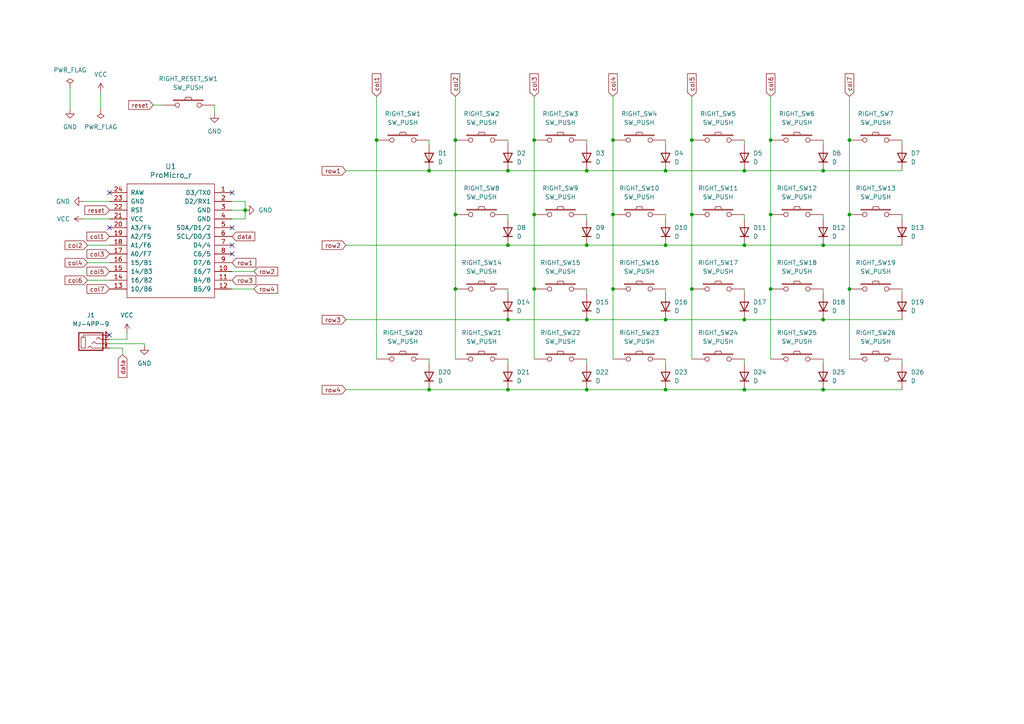
<source format=kicad_sch>
(kicad_sch (version 20230121) (generator eeschema)
  (paper "A4")
  (lib_symbols
    (symbol "Device:D" (pin_numbers hide) (pin_names (offset 1.016) hide)
      (property "Reference" "D" (at 0 2.54 0))
      (property "Value" "D" (at 0 -2.54 0))
      (symbol "D_0_1"
        (polyline (pts (xy -1.27 1.27) (xy -1.27 -1.27)) (stroke (width 0.254)))
        (polyline (pts (xy 1.27 0) (xy -1.27 0)))
        (polyline (pts (xy 1.27 1.27) (xy 1.27 -1.27) (xy -1.27 0) (xy 1.27 1.27)) (stroke (width 0.254)))
      )
      (symbol "D_1_1"
        (pin passive line (at -3.81 0 0) (length 2.54) (name "K") (number "1"))
        (pin passive line (at 3.81 0 180) (length 2.54) (name "A") (number "2"))
      )
    )
    (symbol "kbd:MJ-4PP-9" (pin_names (offset 1.016))
      (property "Reference" "J" (at 0 3.81 0))
      (property "Value" "MJ-4PP-9" (at 0 -3.81 0))
      (symbol "MJ-4PP-9_0_1"
        (rectangle (start -1.905 -1.905) (end -3.175 1.27))
        (polyline (pts (xy -2.54 1.27) (xy -2.54 1.905) (xy 3.175 1.905)))
        (polyline (pts (xy -1.27 -1.905) (xy -0.635 -1.27) (xy 0 -1.905) (xy 3.175 -1.905)))
        (polyline (pts (xy 0 -0.635) (xy 0.635 0) (xy 1.27 -0.635) (xy 3.175 -0.635)))
        (polyline (pts (xy 1.27 0.635) (xy 1.905 1.27) (xy 2.54 0.635) (xy 3.175 0.635)))
        (rectangle (start 3.175 2.54) (end -3.81 -2.54) (stroke (width 0.3048)))
      )
      (symbol "MJ-4PP-9_1_1"
        (pin input line (at 5.08 1.905 180) (length 2.0066) (name "~") (number "A"))
        (pin input line (at 5.08 -1.905 180) (length 2.0066) (name "~") (number "B"))
        (pin input line (at 5.08 -0.635 180) (length 2.0066) (name "~") (number "C"))
        (pin input line (at 5.08 0.635 180) (length 2.0066) (name "~") (number "D"))
      )
    )
    (symbol "kbd:ProMicro_r" (pin_names (offset 1.016))
      (property "Reference" "U" (at 1.27 22.86 0))
      (property "Value" "ProMicro_r" (at 1.27 -15.24 0))
      (symbol "ProMicro_r_0_1"
        (rectangle (start 13.97 20.32) (end -11.43 -12.7))
      )
      (symbol "ProMicro_r_1_1"
        (pin bidirectional line (at 19.05 17.78 180) (length 5.08) (name "D3/TX0") (number "1"))
        (pin bidirectional line (at 19.05 -5.08 180) (length 5.08) (name "E6/7") (number "10"))
        (pin bidirectional line (at 19.05 -7.62 180) (length 5.08) (name "B4/8") (number "11"))
        (pin bidirectional line (at 19.05 -10.16 180) (length 5.08) (name "B5/9") (number "12"))
        (pin bidirectional line (at -16.51 -10.16 0) (length 5.08) (name "10/B6") (number "13"))
        (pin bidirectional line (at -16.51 -7.62 0) (length 5.08) (name "16/B2") (number "14"))
        (pin bidirectional line (at -16.51 -5.08 0) (length 5.08) (name "14/B3") (number "15"))
        (pin bidirectional line (at -16.51 -2.54 0) (length 5.08) (name "15/B1") (number "16"))
        (pin bidirectional line (at -16.51 0 0) (length 5.08) (name "A0/F7") (number "17"))
        (pin bidirectional line (at -16.51 2.54 0) (length 5.08) (name "A1/F6") (number "18"))
        (pin bidirectional line (at -16.51 5.08 0) (length 5.08) (name "A2/F5") (number "19"))
        (pin bidirectional line (at 19.05 15.24 180) (length 5.08) (name "D2/RX1") (number "2"))
        (pin bidirectional line (at -16.51 7.62 0) (length 5.08) (name "A3/F4") (number "20"))
        (pin power_in line (at -16.51 10.16 0) (length 5.08) (name "VCC") (number "21"))
        (pin input line (at -16.51 12.7 0) (length 5.08) (name "RST") (number "22"))
        (pin power_in line (at -16.51 15.24 0) (length 5.08) (name "GND") (number "23"))
        (pin power_out line (at -16.51 17.78 0) (length 5.08) (name "RAW") (number "24"))
        (pin power_in line (at 19.05 12.7 180) (length 5.08) (name "GND") (number "3"))
        (pin power_in line (at 19.05 10.16 180) (length 5.08) (name "GND") (number "4"))
        (pin bidirectional line (at 19.05 7.62 180) (length 5.08) (name "SDA/D1/2") (number "5"))
        (pin bidirectional line (at 19.05 5.08 180) (length 5.08) (name "SCL/D0/3") (number "6"))
        (pin bidirectional line (at 19.05 2.54 180) (length 5.08) (name "D4/4") (number "7"))
        (pin bidirectional line (at 19.05 0 180) (length 5.08) (name "C6/5") (number "8"))
        (pin bidirectional line (at 19.05 -2.54 180) (length 5.08) (name "D7/6") (number "9"))
      )
    )
    (symbol "kbd:SW_PUSH" (pin_numbers hide) (pin_names (offset 1.016) hide)
      (property "Reference" "SW" (at 3.81 2.794 0))
      (property "Value" "SW_PUSH" (at 0 -2.032 0))
      (symbol "SW_PUSH_0_1"
        (rectangle (start -4.318 1.27) (end 4.318 1.524))
        (polyline (pts (xy -1.016 1.524) (xy -0.762 2.286) (xy 0.762 2.286) (xy 1.016 1.524)))
        (pin passive inverted (at -7.62 0 0) (length 5.08) (name "1") (number "1"))
        (pin passive inverted (at 7.62 0 180) (length 5.08) (name "2") (number "2"))
      )
    )
    (symbol "power:GND" (power) (pin_names (offset 0))
      (property "Value" "GND" (at 0 -3.81 0))
      (symbol "GND_0_1"
        (polyline (pts (xy 0 0) (xy 0 -1.27) (xy 1.27 -1.27) (xy 0 -2.54) (xy -1.27 -1.27) (xy 0 -1.27)))
      )
      (symbol "GND_1_1"
        (pin power_in line (at 0 0 270) (length 0) hide (name "GND") (number "1"))
      )
    )
    (symbol "power:PWR_FLAG" (power) (pin_numbers hide) (pin_names (offset 0) hide)
      (property "Value" "PWR_FLAG" (at 0 3.81 0))
      (symbol "PWR_FLAG_0_0"
        (pin power_out line (at 0 0 90) (length 0) (name "pwr") (number "1"))
      )
      (symbol "PWR_FLAG_0_1"
        (polyline (pts (xy 0 0) (xy 0 1.27) (xy -1.016 1.905) (xy 0 2.54) (xy 1.016 1.905) (xy 0 1.27)))
      )
    )
    (symbol "power:VCC" (power) (pin_names (offset 0))
      (property "Value" "VCC" (at 0 3.81 0))
      (symbol "VCC_0_1"
        (polyline (pts (xy -0.762 1.27) (xy 0 2.54)))
        (polyline (pts (xy 0 0) (xy 0 2.54)))
        (polyline (pts (xy 0 2.54) (xy 0.762 1.27)))
      )
      (symbol "VCC_1_1"
        (pin power_in line (at 0 0 90) (length 0) hide (name "VCC") (number "1"))
      )
    )
  )
  (junction (at 177.8 83.82))
  (junction (at 154.94 40.64))
  (junction (at 246.38 62.23))
  (junction (at 238.76 49.53))
  (junction (at 238.76 113.03))
  (junction (at 109.22 40.64))
  (junction (at 223.52 40.64))
  (junction (at 215.9 49.53))
  (junction (at 193.04 49.53))
  (junction (at 170.18 49.53))
  (junction (at 147.32 92.71))
  (junction (at 223.52 83.82))
  (junction (at 147.32 49.53))
  (junction (at 170.18 92.71))
  (junction (at 246.38 40.64))
  (junction (at 200.66 62.23))
  (junction (at 147.32 71.12))
  (junction (at 193.04 71.12))
  (junction (at 223.52 62.23))
  (junction (at 238.76 92.71))
  (junction (at 124.46 49.53))
  (junction (at 215.9 92.71))
  (junction (at 132.08 40.64))
  (junction (at 154.94 83.82))
  (junction (at 170.18 113.03))
  (junction (at 200.66 83.82))
  (junction (at 124.46 113.03))
  (junction (at 238.76 71.12))
  (junction (at 170.18 71.12))
  (junction (at 177.8 40.64))
  (junction (at 132.08 83.82))
  (junction (at 215.9 71.12))
  (junction (at 193.04 113.03))
  (junction (at 177.8 62.23))
  (junction (at 246.38 83.82))
  (junction (at 147.32 113.03))
  (junction (at 132.08 62.23))
  (junction (at 193.04 92.71))
  (junction (at 154.94 62.23))
  (junction (at 215.9 113.03))
  (junction (at 71.12 60.96))
  (junction (at 200.66 40.64))
  (no_connect (at 67.31 71.12))
  (no_connect (at 31.75 97.155))
  (no_connect (at 67.31 55.88))
  (no_connect (at 31.75 55.88))
  (no_connect (at 67.31 66.04))
  (no_connect (at 31.75 66.04))
  (no_connect (at 67.31 73.66))
  (wire (pts (xy 223.52 83.82) (xy 223.52 104.14)))
  (wire (pts (xy 25.4 76.2) (xy 31.75 76.2)))
  (wire (pts (xy 24.13 58.42) (xy 31.75 58.42)))
  (wire (pts (xy 177.8 62.23) (xy 177.8 83.82)))
  (wire (pts (xy 238.76 104.14) (xy 238.76 105.41)))
  (wire (pts (xy 261.62 104.14) (xy 261.62 105.41)))
  (wire (pts (xy 238.76 92.71) (xy 261.62 92.71)))
  (wire (pts (xy 223.52 40.64) (xy 223.52 62.23)))
  (wire (pts (xy 193.04 113.03) (xy 215.9 113.03)))
  (wire (pts (xy 154.94 40.64) (xy 154.94 62.23)))
  (wire (pts (xy 25.4 81.28) (xy 31.75 81.28)))
  (wire (pts (xy 193.04 104.14) (xy 193.04 105.41)))
  (wire (pts (xy 132.08 62.23) (xy 132.08 83.82)))
  (wire (pts (xy 132.08 40.64) (xy 132.08 62.23)))
  (wire (pts (xy 67.31 63.5) (xy 71.12 63.5)))
  (wire (pts (xy 100.33 92.71) (xy 147.32 92.71)))
  (wire (pts (xy 261.62 40.64) (xy 261.62 41.91)))
  (wire (pts (xy 215.9 104.14) (xy 215.9 105.41)))
  (wire (pts (xy 73.66 78.74) (xy 67.31 78.74)))
  (wire (pts (xy 44.45 30.48) (xy 46.99 30.48)))
  (wire (pts (xy 100.33 71.12) (xy 147.32 71.12)))
  (wire (pts (xy 177.8 83.82) (xy 177.8 104.14)))
  (wire (pts (xy 67.31 60.96) (xy 71.12 60.96)))
  (wire (pts (xy 215.9 71.12) (xy 238.76 71.12)))
  (wire (pts (xy 170.18 49.53) (xy 193.04 49.53)))
  (wire (pts (xy 41.91 100.33) (xy 41.91 99.695)))
  (wire (pts (xy 193.04 40.64) (xy 193.04 41.91)))
  (wire (pts (xy 193.04 71.12) (xy 215.9 71.12)))
  (wire (pts (xy 154.94 83.82) (xy 154.94 104.14)))
  (wire (pts (xy 67.31 58.42) (xy 71.12 58.42)))
  (wire (pts (xy 154.94 62.23) (xy 154.94 83.82)))
  (wire (pts (xy 147.32 71.12) (xy 170.18 71.12)))
  (wire (pts (xy 246.38 83.82) (xy 246.38 104.14)))
  (wire (pts (xy 261.62 62.23) (xy 261.62 63.5)))
  (wire (pts (xy 170.18 71.12) (xy 193.04 71.12)))
  (wire (pts (xy 147.32 104.14) (xy 147.32 105.41)))
  (wire (pts (xy 215.9 92.71) (xy 238.76 92.71)))
  (wire (pts (xy 170.18 104.14) (xy 170.18 105.41)))
  (wire (pts (xy 35.56 102.87) (xy 35.56 100.965)))
  (wire (pts (xy 20.32 25.4) (xy 20.32 31.75)))
  (wire (pts (xy 238.76 113.03) (xy 261.62 113.03)))
  (wire (pts (xy 193.04 49.53) (xy 215.9 49.53)))
  (wire (pts (xy 215.9 49.53) (xy 238.76 49.53)))
  (wire (pts (xy 170.18 113.03) (xy 193.04 113.03)))
  (wire (pts (xy 147.32 40.64) (xy 147.32 41.91)))
  (wire (pts (xy 215.9 83.82) (xy 215.9 85.09)))
  (wire (pts (xy 200.66 83.82) (xy 200.66 104.14)))
  (wire (pts (xy 124.46 49.53) (xy 147.32 49.53)))
  (wire (pts (xy 147.32 92.71) (xy 170.18 92.71)))
  (wire (pts (xy 147.32 49.53) (xy 170.18 49.53)))
  (wire (pts (xy 41.91 99.695) (xy 31.75 99.695)))
  (wire (pts (xy 73.66 83.82) (xy 67.31 83.82)))
  (wire (pts (xy 246.38 40.64) (xy 246.38 62.23)))
  (wire (pts (xy 215.9 40.64) (xy 215.9 41.91)))
  (wire (pts (xy 100.33 49.53) (xy 124.46 49.53)))
  (wire (pts (xy 200.66 62.23) (xy 200.66 83.82)))
  (wire (pts (xy 35.56 100.965) (xy 31.75 100.965)))
  (wire (pts (xy 177.8 27.94) (xy 177.8 40.64)))
  (wire (pts (xy 62.23 30.48) (xy 62.23 33.02)))
  (wire (pts (xy 132.08 27.94) (xy 132.08 40.64)))
  (wire (pts (xy 24.13 63.5) (xy 31.75 63.5)))
  (wire (pts (xy 193.04 83.82) (xy 193.04 85.09)))
  (wire (pts (xy 238.76 49.53) (xy 261.62 49.53)))
  (wire (pts (xy 147.32 83.82) (xy 147.32 85.09)))
  (wire (pts (xy 246.38 62.23) (xy 246.38 83.82)))
  (wire (pts (xy 193.04 92.71) (xy 215.9 92.71)))
  (wire (pts (xy 200.66 27.94) (xy 200.66 40.64)))
  (wire (pts (xy 109.22 27.94) (xy 109.22 40.64)))
  (wire (pts (xy 215.9 113.03) (xy 238.76 113.03)))
  (wire (pts (xy 100.33 113.03) (xy 124.46 113.03)))
  (wire (pts (xy 200.66 40.64) (xy 200.66 62.23)))
  (wire (pts (xy 223.52 62.23) (xy 223.52 83.82)))
  (wire (pts (xy 170.18 62.23) (xy 170.18 63.5)))
  (wire (pts (xy 36.83 98.425) (xy 31.75 98.425)))
  (wire (pts (xy 36.83 96.52) (xy 36.83 98.425)))
  (wire (pts (xy 238.76 83.82) (xy 238.76 85.09)))
  (wire (pts (xy 238.76 40.64) (xy 238.76 41.91)))
  (wire (pts (xy 193.04 62.23) (xy 193.04 63.5)))
  (wire (pts (xy 71.12 58.42) (xy 71.12 60.96)))
  (wire (pts (xy 170.18 92.71) (xy 193.04 92.71)))
  (wire (pts (xy 223.52 27.94) (xy 223.52 40.64)))
  (wire (pts (xy 124.46 113.03) (xy 147.32 113.03)))
  (wire (pts (xy 154.94 27.94) (xy 154.94 40.64)))
  (wire (pts (xy 71.12 63.5) (xy 71.12 60.96)))
  (wire (pts (xy 170.18 40.64) (xy 170.18 41.91)))
  (wire (pts (xy 215.9 62.23) (xy 215.9 63.5)))
  (wire (pts (xy 124.46 40.64) (xy 124.46 41.91)))
  (wire (pts (xy 177.8 40.64) (xy 177.8 62.23)))
  (wire (pts (xy 261.62 83.82) (xy 261.62 85.09)))
  (wire (pts (xy 238.76 62.23) (xy 238.76 63.5)))
  (wire (pts (xy 147.32 62.23) (xy 147.32 63.5)))
  (wire (pts (xy 170.18 83.82) (xy 170.18 85.09)))
  (wire (pts (xy 132.08 83.82) (xy 132.08 104.14)))
  (wire (pts (xy 246.38 27.94) (xy 246.38 40.64)))
  (wire (pts (xy 29.21 26.67) (xy 29.21 31.75)))
  (wire (pts (xy 147.32 113.03) (xy 170.18 113.03)))
  (wire (pts (xy 238.76 71.12) (xy 261.62 71.12)))
  (wire (pts (xy 25.4 71.12) (xy 31.75 71.12)))
  (wire (pts (xy 109.22 40.64) (xy 109.22 104.14)))
  (wire (pts (xy 124.46 104.14) (xy 124.46 105.41)))
  (global_label "col3" (shape input) (at 154.94 27.94 90) (property "Intersheetrefs" "${INTERSHEET_REFS}" (effects hide)))
  (global_label "reset" (shape input) (at 44.45 30.48 180) (property "Intersheetrefs" "${INTERSHEET_REFS}" (effects hide)))
  (global_label "data" (shape input) (at 35.56 102.87 270) (property "Intersheetrefs" "${INTERSHEET_REFS}" (effects hide)))
  (global_label "col4" (shape input) (at 25.4 76.2 180) (property "Intersheetrefs" "${INTERSHEET_REFS}" (effects hide)))
  (global_label "col1" (shape input) (at 31.75 68.58 180) (property "Intersheetrefs" "${INTERSHEET_REFS}" (effects hide)))
  (global_label "row1" (shape input) (at 67.31 76.2 0) (property "Intersheetrefs" "${INTERSHEET_REFS}" (effects hide)))
  (global_label "col6" (shape input) (at 25.4 81.28 180) (property "Intersheetrefs" "${INTERSHEET_REFS}" (effects hide)))
  (global_label "col4" (shape input) (at 177.8 27.94 90) (property "Intersheetrefs" "${INTERSHEET_REFS}" (effects hide)))
  (global_label "col6" (shape input) (at 223.52 27.94 90) (property "Intersheetrefs" "${INTERSHEET_REFS}" (effects hide)))
  (global_label "col7" (shape input) (at 31.75 83.82 180) (property "Intersheetrefs" "${INTERSHEET_REFS}" (effects hide)))
  (global_label "data" (shape input) (at 67.31 68.58 0) (property "Intersheetrefs" "${INTERSHEET_REFS}" (effects hide)))
  (global_label "row2" (shape input) (at 100.33 71.12 180) (property "Intersheetrefs" "${INTERSHEET_REFS}" (effects hide)))
  (global_label "col5" (shape input) (at 200.66 27.94 90) (property "Intersheetrefs" "${INTERSHEET_REFS}" (effects hide)))
  (global_label "row3" (shape input) (at 67.31 81.28 0) (property "Intersheetrefs" "${INTERSHEET_REFS}" (effects hide)))
  (global_label "row3" (shape input) (at 100.33 92.71 180) (property "Intersheetrefs" "${INTERSHEET_REFS}" (effects hide)))
  (global_label "col2" (shape input) (at 25.4 71.12 180) (property "Intersheetrefs" "${INTERSHEET_REFS}" (effects hide)))
  (global_label "col3" (shape input) (at 31.75 73.66 180) (property "Intersheetrefs" "${INTERSHEET_REFS}" (effects hide)))
  (global_label "col7" (shape input) (at 246.38 27.94 90) (property "Intersheetrefs" "${INTERSHEET_REFS}" (effects hide)))
  (global_label "col5" (shape input) (at 31.75 78.74 180) (property "Intersheetrefs" "${INTERSHEET_REFS}" (effects hide)))
  (global_label "row2" (shape input) (at 73.66 78.74 0) (property "Intersheetrefs" "${INTERSHEET_REFS}" (effects hide)))
  (global_label "row4" (shape input) (at 100.33 113.03 180) (property "Intersheetrefs" "${INTERSHEET_REFS}" (effects hide)))
  (global_label "row4" (shape input) (at 73.66 83.82 0) (property "Intersheetrefs" "${INTERSHEET_REFS}" (effects hide)))
  (global_label "reset" (shape input) (at 31.75 60.96 180) (property "Intersheetrefs" "${INTERSHEET_REFS}" (effects hide)))
  (global_label "row1" (shape input) (at 100.33 49.53 180) (property "Intersheetrefs" "${INTERSHEET_REFS}" (effects hide)))
  (global_label "col2" (shape input) (at 132.08 27.94 90) (property "Intersheetrefs" "${INTERSHEET_REFS}" (effects hide)))
  (global_label "col1" (shape input) (at 109.22 27.94 90) (property "Intersheetrefs" "${INTERSHEET_REFS}" (effects hide)))
  (symbol (lib_id "kbd:SW_PUSH") (at 116.84 104.14 0) (unit 1)
    (property "Reference" "RIGHT_SW20" (at 116.84 96.52 0))
    (property "Value" "SW_PUSH" (at 116.84 99.06 0))
    (property "Footprint" "kbd:CherryMX_Choc_Hotswap" (effects hide))
  )
  (symbol (lib_id "power:GND") (at 20.32 31.75 0) (unit 1)
    (property "Reference" "#PWR02" (effects hide))
    (property "Value" "GND" (at 20.32 36.83 0))
  )
  (symbol (lib_id "Device:D") (at 261.62 45.72 90) (unit 1)
    (property "Reference" "D7" (at 264.16 44.45 90) (effects (justify right)))
    (property "Value" "D" (at 264.16 46.99 90) (effects (justify right)))
    (property "Footprint" "kbd:D3_TH_SMD" (effects hide))
    (property "Sim.Device" "D" (effects hide))
    (property "Sim.Pins" "1=K 2=A" (effects hide))
  )
  (symbol (lib_id "kbd:SW_PUSH") (at 139.7 104.14 0) (unit 1)
    (property "Reference" "RIGHT_SW21" (at 139.7 96.52 0))
    (property "Value" "SW_PUSH" (at 139.7 99.06 0))
    (property "Footprint" "kbd:CherryMX_Choc_Hotswap" (effects hide))
  )
  (symbol (lib_id "power:VCC") (at 36.83 96.52 0) (unit 1)
    (property "Reference" "#PWR07" (effects hide))
    (property "Value" "VCC" (at 36.83 91.44 0))
  )
  (symbol (lib_id "power:GND") (at 24.13 58.42 270) (unit 1)
    (property "Reference" "#PWR03" (effects hide))
    (property "Value" "GND" (at 20.32 58.42 90) (effects (justify right)))
  )
  (symbol (lib_id "Device:D") (at 238.76 67.31 90) (unit 1)
    (property "Reference" "D12" (at 241.3 66.04 90) (effects (justify right)))
    (property "Value" "D" (at 241.3 68.58 90) (effects (justify right)))
    (property "Footprint" "kbd:D3_TH_SMD" (effects hide))
    (property "Sim.Device" "D" (effects hide))
    (property "Sim.Pins" "1=K 2=A" (effects hide))
  )
  (symbol (lib_id "Device:D") (at 170.18 45.72 90) (unit 1)
    (property "Reference" "D3" (at 172.72 44.45 90) (effects (justify right)))
    (property "Value" "D" (at 172.72 46.99 90) (effects (justify right)))
    (property "Footprint" "kbd:D3_TH_SMD" (effects hide))
    (property "Sim.Device" "D" (effects hide))
    (property "Sim.Pins" "1=K 2=A" (effects hide))
  )
  (symbol (lib_id "power:GND") (at 71.12 60.96 90) (unit 1)
    (property "Reference" "#PWR05" (effects hide))
    (property "Value" "GND" (at 74.93 60.96 90) (effects (justify right)))
  )
  (symbol (lib_id "Device:D") (at 215.9 67.31 90) (unit 1)
    (property "Reference" "D11" (at 218.44 66.04 90) (effects (justify right)))
    (property "Value" "D" (at 218.44 68.58 90) (effects (justify right)))
    (property "Footprint" "kbd:D3_TH_SMD" (effects hide))
    (property "Sim.Device" "D" (effects hide))
    (property "Sim.Pins" "1=K 2=A" (effects hide))
  )
  (symbol (lib_id "kbd:SW_PUSH") (at 208.28 83.82 0) (unit 1)
    (property "Reference" "RIGHT_SW17" (at 208.28 76.2 0))
    (property "Value" "SW_PUSH" (at 208.28 78.74 0))
    (property "Footprint" "kbd:CherryMX_Choc_Hotswap" (effects hide))
  )
  (symbol (lib_id "kbd:SW_PUSH") (at 139.7 62.23 0) (unit 1)
    (property "Reference" "RIGHT_SW8" (at 139.7 54.61 0))
    (property "Value" "SW_PUSH" (at 139.7 57.15 0))
    (property "Footprint" "kbd:CherryMX_Choc_Hotswap" (effects hide))
  )
  (symbol (lib_id "kbd:SW_PUSH") (at 254 62.23 0) (unit 1)
    (property "Reference" "RIGHT_SW13" (at 254 54.61 0))
    (property "Value" "SW_PUSH" (at 254 57.15 0))
    (property "Footprint" "kbd:CherryMX_Choc_Hotswap" (effects hide))
  )
  (symbol (lib_id "power:GND") (at 62.23 33.02 0) (unit 1)
    (property "Reference" "#PWR06" (effects hide))
    (property "Value" "GND" (at 62.23 38.1 0))
  )
  (symbol (lib_id "kbd:ProMicro_r") (at 48.26 73.66 0) (unit 1)
    (property "Reference" "U1" (at 49.53 48.26 0) (effects (font (size 1.524 1.524))))
    (property "Value" "ProMicro_r" (at 49.53 50.8 0) (effects (font (size 1.524 1.524))))
    (property "Footprint" "kbd:ProMicro_v2" (effects hide))
  )
  (symbol (lib_id "Device:D") (at 147.32 67.31 90) (unit 1)
    (property "Reference" "D8" (at 149.86 66.04 90) (effects (justify right)))
    (property "Value" "D" (at 149.86 68.58 90) (effects (justify right)))
    (property "Footprint" "kbd:D3_TH_SMD" (effects hide))
    (property "Sim.Device" "D" (effects hide))
    (property "Sim.Pins" "1=K 2=A" (effects hide))
  )
  (symbol (lib_id "Device:D") (at 124.46 109.22 90) (unit 1)
    (property "Reference" "D20" (at 127 107.95 90) (effects (justify right)))
    (property "Value" "D" (at 127 110.49 90) (effects (justify right)))
    (property "Footprint" "kbd:D3_TH_SMD" (effects hide))
    (property "Sim.Device" "D" (effects hide))
    (property "Sim.Pins" "1=K 2=A" (effects hide))
  )
  (symbol (lib_id "kbd:SW_PUSH") (at 162.56 104.14 0) (unit 1)
    (property "Reference" "RIGHT_SW22" (at 162.56 96.52 0))
    (property "Value" "SW_PUSH" (at 162.56 99.06 0))
    (property "Footprint" "kbd:CherryMX_Choc_Hotswap_1.5u" (effects hide))
  )
  (symbol (lib_id "Device:D") (at 261.62 88.9 90) (unit 1)
    (property "Reference" "D19" (at 264.16 87.63 90) (effects (justify right)))
    (property "Value" "D" (at 264.16 90.17 90) (effects (justify right)))
    (property "Footprint" "kbd:D3_TH_SMD" (effects hide))
    (property "Sim.Device" "D" (effects hide))
    (property "Sim.Pins" "1=K 2=A" (effects hide))
  )
  (symbol (lib_id "kbd:SW_PUSH") (at 139.7 40.64 0) (unit 1)
    (property "Reference" "RIGHT_SW2" (at 139.7 33.02 0))
    (property "Value" "SW_PUSH" (at 139.7 35.56 0))
    (property "Footprint" "kbd:CherryMX_Choc_Hotswap" (effects hide))
  )
  (symbol (lib_id "Device:D") (at 170.18 109.22 90) (unit 1)
    (property "Reference" "D22" (at 172.72 107.95 90) (effects (justify right)))
    (property "Value" "D" (at 172.72 110.49 90) (effects (justify right)))
    (property "Footprint" "kbd:D3_TH_SMD" (effects hide))
    (property "Sim.Device" "D" (effects hide))
    (property "Sim.Pins" "1=K 2=A" (effects hide))
  )
  (symbol (lib_id "Device:D") (at 238.76 88.9 90) (unit 1)
    (property "Reference" "D18" (at 241.3 87.63 90) (effects (justify right)))
    (property "Value" "D" (at 241.3 90.17 90) (effects (justify right)))
    (property "Footprint" "kbd:D3_TH_SMD" (effects hide))
    (property "Sim.Device" "D" (effects hide))
    (property "Sim.Pins" "1=K 2=A" (effects hide))
  )
  (symbol (lib_id "Device:D") (at 215.9 109.22 90) (unit 1)
    (property "Reference" "D24" (at 218.44 107.95 90) (effects (justify right)))
    (property "Value" "D" (at 218.44 110.49 90) (effects (justify right)))
    (property "Footprint" "kbd:D3_TH_SMD" (effects hide))
    (property "Sim.Device" "D" (effects hide))
    (property "Sim.Pins" "1=K 2=A" (effects hide))
  )
  (symbol (lib_id "Device:D") (at 261.62 67.31 90) (unit 1)
    (property "Reference" "D13" (at 264.16 66.04 90) (effects (justify right)))
    (property "Value" "D" (at 264.16 68.58 90) (effects (justify right)))
    (property "Footprint" "kbd:D3_TH_SMD" (effects hide))
    (property "Sim.Device" "D" (effects hide))
    (property "Sim.Pins" "1=K 2=A" (effects hide))
  )
  (symbol (lib_id "Device:D") (at 147.32 88.9 90) (unit 1)
    (property "Reference" "D14" (at 149.86 87.63 90) (effects (justify right)))
    (property "Value" "D" (at 149.86 90.17 90) (effects (justify right)))
    (property "Footprint" "kbd:D3_TH_SMD" (effects hide))
    (property "Sim.Device" "D" (effects hide))
    (property "Sim.Pins" "1=K 2=A" (effects hide))
  )
  (symbol (lib_id "kbd:SW_PUSH") (at 231.14 62.23 0) (unit 1)
    (property "Reference" "RIGHT_SW12" (at 231.14 54.61 0))
    (property "Value" "SW_PUSH" (at 231.14 57.15 0))
    (property "Footprint" "kbd:CherryMX_Choc_Hotswap" (effects hide))
  )
  (symbol (lib_id "Device:D") (at 193.04 67.31 90) (unit 1)
    (property "Reference" "D10" (at 195.58 66.04 90) (effects (justify right)))
    (property "Value" "D" (at 195.58 68.58 90) (effects (justify right)))
    (property "Footprint" "kbd:D3_TH_SMD" (effects hide))
    (property "Sim.Device" "D" (effects hide))
    (property "Sim.Pins" "1=K 2=A" (effects hide))
  )
  (symbol (lib_id "kbd:SW_PUSH") (at 185.42 83.82 0) (unit 1)
    (property "Reference" "RIGHT_SW16" (at 185.42 76.2 0))
    (property "Value" "SW_PUSH" (at 185.42 78.74 0))
    (property "Footprint" "kbd:CherryMX_Choc_Hotswap" (effects hide))
  )
  (symbol (lib_id "power:VCC") (at 24.13 63.5 90) (unit 1)
    (property "Reference" "#PWR04" (effects hide))
    (property "Value" "VCC" (at 20.32 63.5 90) (effects (justify left)))
  )
  (symbol (lib_id "kbd:MJ-4PP-9") (at 26.67 99.06 0) (unit 1)
    (property "Reference" "J1" (at 26.3525 91.44 0))
    (property "Value" "MJ-4PP-9" (at 26.3525 93.98 0))
    (property "Footprint" "kbd:MJ-4PP-9" (effects hide))
  )
  (symbol (lib_id "Device:D") (at 215.9 45.72 90) (unit 1)
    (property "Reference" "D5" (at 218.44 44.45 90) (effects (justify right)))
    (property "Value" "D" (at 218.44 46.99 90) (effects (justify right)))
    (property "Footprint" "kbd:D3_TH_SMD" (effects hide))
    (property "Sim.Device" "D" (effects hide))
    (property "Sim.Pins" "1=K 2=A" (effects hide))
  )
  (symbol (lib_id "Device:D") (at 193.04 88.9 90) (unit 1)
    (property "Reference" "D16" (at 195.58 87.63 90) (effects (justify right)))
    (property "Value" "D" (at 195.58 90.17 90) (effects (justify right)))
    (property "Footprint" "kbd:D3_TH_SMD" (effects hide))
    (property "Sim.Device" "D" (effects hide))
    (property "Sim.Pins" "1=K 2=A" (effects hide))
  )
  (symbol (lib_id "kbd:SW_PUSH") (at 254 40.64 0) (unit 1)
    (property "Reference" "RIGHT_SW7" (at 254 33.02 0))
    (property "Value" "SW_PUSH" (at 254 35.56 0))
    (property "Footprint" "kbd:CherryMX_Choc_Hotswap" (effects hide))
  )
  (symbol (lib_id "Device:D") (at 170.18 67.31 90) (unit 1)
    (property "Reference" "D9" (at 172.72 66.04 90) (effects (justify right)))
    (property "Value" "D" (at 172.72 68.58 90) (effects (justify right)))
    (property "Footprint" "kbd:D3_TH_SMD" (effects hide))
    (property "Sim.Device" "D" (effects hide))
    (property "Sim.Pins" "1=K 2=A" (effects hide))
  )
  (symbol (lib_id "power:PWR_FLAG") (at 29.21 31.75 180) (unit 1)
    (property "Reference" "#FLG02" (effects hide))
    (property "Value" "PWR_FLAG" (at 29.21 36.83 0))
  )
  (symbol (lib_id "Device:D") (at 193.04 45.72 90) (unit 1)
    (property "Reference" "D4" (at 195.58 44.45 90) (effects (justify right)))
    (property "Value" "D" (at 195.58 46.99 90) (effects (justify right)))
    (property "Footprint" "kbd:D3_TH_SMD" (effects hide))
    (property "Sim.Device" "D" (effects hide))
    (property "Sim.Pins" "1=K 2=A" (effects hide))
  )
  (symbol (lib_id "Device:D") (at 261.62 109.22 90) (unit 1)
    (property "Reference" "D26" (at 264.16 107.95 90) (effects (justify right)))
    (property "Value" "D" (at 264.16 110.49 90) (effects (justify right)))
    (property "Footprint" "kbd:D3_TH_SMD" (effects hide))
    (property "Sim.Device" "D" (effects hide))
    (property "Sim.Pins" "1=K 2=A" (effects hide))
  )
  (symbol (lib_id "kbd:SW_PUSH") (at 116.84 40.64 0) (unit 1)
    (property "Reference" "RIGHT_SW1" (at 116.84 33.02 0))
    (property "Value" "SW_PUSH" (at 116.84 35.56 0))
    (property "Footprint" "kbd:CherryMX_Choc_Hotswap" (effects hide))
  )
  (symbol (lib_id "Device:D") (at 147.32 45.72 90) (unit 1)
    (property "Reference" "D2" (at 149.86 44.45 90) (effects (justify right)))
    (property "Value" "D" (at 149.86 46.99 90) (effects (justify right)))
    (property "Footprint" "kbd:D3_TH_SMD" (effects hide))
    (property "Sim.Device" "D" (effects hide))
    (property "Sim.Pins" "1=K 2=A" (effects hide))
  )
  (symbol (lib_id "Device:D") (at 170.18 88.9 90) (unit 1)
    (property "Reference" "D15" (at 172.72 87.63 90) (effects (justify right)))
    (property "Value" "D" (at 172.72 90.17 90) (effects (justify right)))
    (property "Footprint" "kbd:D3_TH_SMD" (effects hide))
    (property "Sim.Device" "D" (effects hide))
    (property "Sim.Pins" "1=K 2=A" (effects hide))
  )
  (symbol (lib_id "kbd:SW_PUSH") (at 208.28 104.14 0) (unit 1)
    (property "Reference" "RIGHT_SW24" (at 208.28 96.52 0))
    (property "Value" "SW_PUSH" (at 208.28 99.06 0))
    (property "Footprint" "kbd:CherryMX_Choc_Hotswap" (effects hide))
  )
  (symbol (lib_id "Device:D") (at 147.32 109.22 90) (unit 1)
    (property "Reference" "D21" (at 149.86 107.95 90) (effects (justify right)))
    (property "Value" "D" (at 149.86 110.49 90) (effects (justify right)))
    (property "Footprint" "kbd:D3_TH_SMD" (effects hide))
    (property "Sim.Device" "D" (effects hide))
    (property "Sim.Pins" "1=K 2=A" (effects hide))
  )
  (symbol (lib_id "kbd:SW_PUSH") (at 208.28 62.23 0) (unit 1)
    (property "Reference" "RIGHT_SW11" (at 208.28 54.61 0))
    (property "Value" "SW_PUSH" (at 208.28 57.15 0))
    (property "Footprint" "kbd:CherryMX_Choc_Hotswap" (effects hide))
  )
  (symbol (lib_id "kbd:SW_PUSH") (at 231.14 83.82 0) (unit 1)
    (property "Reference" "RIGHT_SW18" (at 231.14 76.2 0))
    (property "Value" "SW_PUSH" (at 231.14 78.74 0))
    (property "Footprint" "kbd:CherryMX_Choc_Hotswap" (effects hide))
  )
  (symbol (lib_id "kbd:SW_PUSH") (at 254 83.82 0) (unit 1)
    (property "Reference" "RIGHT_SW19" (at 254 76.2 0))
    (property "Value" "SW_PUSH" (at 254 78.74 0))
    (property "Footprint" "kbd:CherryMX_Choc_Hotswap" (effects hide))
  )
  (symbol (lib_id "Device:D") (at 215.9 88.9 90) (unit 1)
    (property "Reference" "D17" (at 218.44 87.63 90) (effects (justify right)))
    (property "Value" "D" (at 218.44 90.17 90) (effects (justify right)))
    (property "Footprint" "kbd:D3_TH_SMD" (effects hide))
    (property "Sim.Device" "D" (effects hide))
    (property "Sim.Pins" "1=K 2=A" (effects hide))
  )
  (symbol (lib_id "Device:D") (at 193.04 109.22 90) (unit 1)
    (property "Reference" "D23" (at 195.58 107.95 90) (effects (justify right)))
    (property "Value" "D" (at 195.58 110.49 90) (effects (justify right)))
    (property "Footprint" "kbd:D3_TH_SMD" (effects hide))
    (property "Sim.Device" "D" (effects hide))
    (property "Sim.Pins" "1=K 2=A" (effects hide))
  )
  (symbol (lib_id "Device:D") (at 124.46 45.72 90) (unit 1)
    (property "Reference" "D1" (at 127 44.45 90) (effects (justify right)))
    (property "Value" "D" (at 127 46.99 90) (effects (justify right)))
    (property "Footprint" "kbd:D3_TH_SMD" (effects hide))
    (property "Sim.Device" "D" (effects hide))
    (property "Sim.Pins" "1=K 2=A" (effects hide))
  )
  (symbol (lib_id "kbd:SW_PUSH") (at 185.42 62.23 0) (unit 1)
    (property "Reference" "RIGHT_SW10" (at 185.42 54.61 0))
    (property "Value" "SW_PUSH" (at 185.42 57.15 0))
    (property "Footprint" "kbd:CherryMX_Choc_Hotswap" (effects hide))
  )
  (symbol (lib_id "power:GND") (at 41.91 100.33 0) (unit 1)
    (property "Reference" "#PWR08" (effects hide))
    (property "Value" "GND" (at 41.91 105.41 0))
  )
  (symbol (lib_id "power:VCC") (at 29.21 26.67 0) (unit 1)
    (property "Reference" "#PWR01" (effects hide))
    (property "Value" "VCC" (at 29.21 21.59 0))
  )
  (symbol (lib_id "kbd:SW_PUSH") (at 162.56 40.64 0) (unit 1)
    (property "Reference" "RIGHT_SW3" (at 162.56 33.02 0))
    (property "Value" "SW_PUSH" (at 162.56 35.56 0))
    (property "Footprint" "kbd:CherryMX_Choc_Hotswap" (effects hide))
  )
  (symbol (lib_id "Device:D") (at 238.76 109.22 90) (unit 1)
    (property "Reference" "D25" (at 241.3 107.95 90) (effects (justify right)))
    (property "Value" "D" (at 241.3 110.49 90) (effects (justify right)))
    (property "Footprint" "kbd:D3_TH_SMD" (effects hide))
    (property "Sim.Device" "D" (effects hide))
    (property "Sim.Pins" "1=K 2=A" (effects hide))
  )
  (symbol (lib_id "kbd:SW_PUSH") (at 54.61 30.48 0) (unit 1)
    (property "Reference" "RIGHT_RESET_SW1" (at 54.61 22.86 0))
    (property "Value" "SW_PUSH" (at 54.61 25.4 0))
    (property "Footprint" "kbd:ResetSW" (effects hide))
  )
  (symbol (lib_id "kbd:SW_PUSH") (at 231.14 40.64 0) (unit 1)
    (property "Reference" "RIGHT_SW6" (at 231.14 33.02 0))
    (property "Value" "SW_PUSH" (at 231.14 35.56 0))
    (property "Footprint" "kbd:CherryMX_Choc_Hotswap" (effects hide))
  )
  (symbol (lib_id "kbd:SW_PUSH") (at 185.42 104.14 0) (unit 1)
    (property "Reference" "RIGHT_SW23" (at 185.42 96.52 0))
    (property "Value" "SW_PUSH" (at 185.42 99.06 0))
    (property "Footprint" "kbd:CherryMX_Choc_Hotswap" (effects hide))
  )
  (symbol (lib_id "kbd:SW_PUSH") (at 162.56 83.82 0) (unit 1)
    (property "Reference" "RIGHT_SW15" (at 162.56 76.2 0))
    (property "Value" "SW_PUSH" (at 162.56 78.74 0))
    (property "Footprint" "kbd:CherryMX_Choc_Hotswap" (effects hide))
  )
  (symbol (lib_id "power:PWR_FLAG") (at 20.32 25.4 0) (unit 1)
    (property "Reference" "#FLG01" (effects hide))
    (property "Value" "PWR_FLAG" (at 20.32 20.32 0))
  )
  (symbol (lib_id "kbd:SW_PUSH") (at 162.56 62.23 0) (unit 1)
    (property "Reference" "RIGHT_SW9" (at 162.56 54.61 0))
    (property "Value" "SW_PUSH" (at 162.56 57.15 0))
    (property "Footprint" "kbd:CherryMX_Choc_Hotswap" (effects hide))
  )
  (symbol (lib_id "kbd:SW_PUSH") (at 208.28 40.64 0) (unit 1)
    (property "Reference" "RIGHT_SW5" (at 208.28 33.02 0))
    (property "Value" "SW_PUSH" (at 208.28 35.56 0))
    (property "Footprint" "kbd:CherryMX_Choc_Hotswap" (effects hide))
  )
  (symbol (lib_id "kbd:SW_PUSH") (at 231.14 104.14 0) (unit 1)
    (property "Reference" "RIGHT_SW25" (at 231.14 96.52 0))
    (property "Value" "SW_PUSH" (at 231.14 99.06 0))
    (property "Footprint" "kbd:CherryMX_Choc_Hotswap" (effects hide))
  )
  (symbol (lib_id "kbd:SW_PUSH") (at 254 104.14 0) (unit 1)
    (property "Reference" "RIGHT_SW26" (at 254 96.52 0))
    (property "Value" "SW_PUSH" (at 254 99.06 0))
    (property "Footprint" "kbd:CherryMX_Choc_Hotswap" (effects hide))
  )
  (symbol (lib_id "kbd:SW_PUSH") (at 139.7 83.82 0) (unit 1)
    (property "Reference" "RIGHT_SW14" (at 139.7 76.2 0))
    (property "Value" "SW_PUSH" (at 139.7 78.74 0))
    (property "Footprint" "kbd:CherryMX_Choc_Hotswap" (effects hide))
  )
  (symbol (lib_id "Device:D") (at 238.76 45.72 90) (unit 1)
    (property "Reference" "D6" (at 241.3 44.45 90) (effects (justify right)))
    (property "Value" "D" (at 241.3 46.99 90) (effects (justify right)))
    (property "Footprint" "kbd:D3_TH_SMD" (effects hide))
    (property "Sim.Device" "D" (effects hide))
    (property "Sim.Pins" "1=K 2=A" (effects hide))
  )
  (symbol (lib_id "kbd:SW_PUSH") (at 185.42 40.64 0) (unit 1)
    (property "Reference" "RIGHT_SW4" (at 185.42 33.02 0))
    (property "Value" "SW_PUSH" (at 185.42 35.56 0))
    (property "Footprint" "kbd:CherryMX_Choc_Hotswap" (effects hide))
  )
)
</source>
